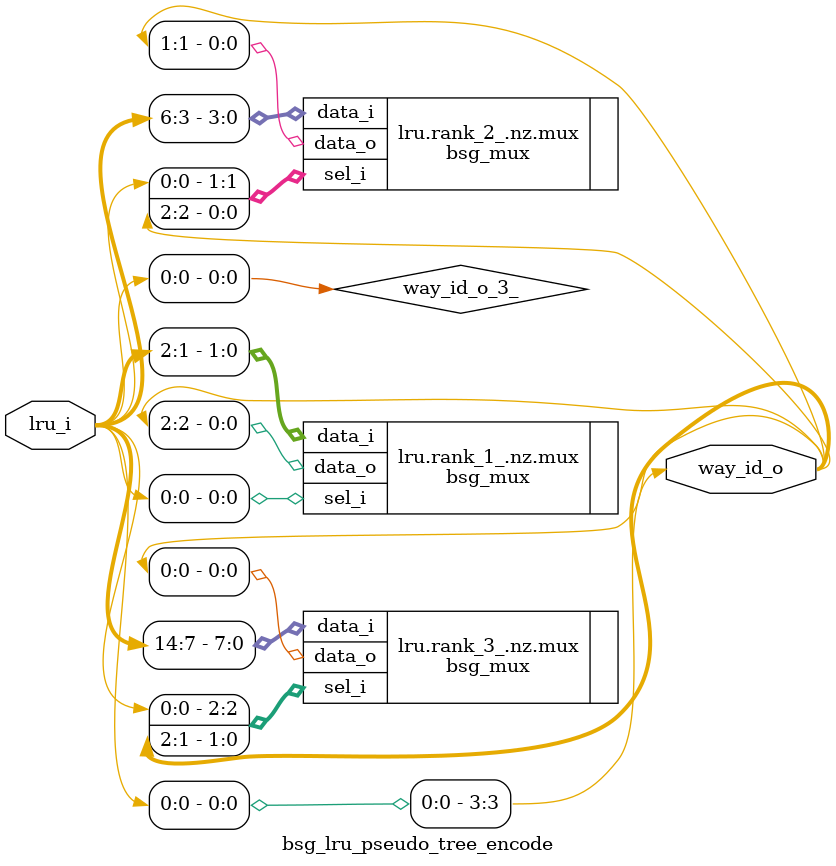
<source format=v>


module top
(
  lru_i,
  way_id_o
);

  input [14:0] lru_i;
  output [3:0] way_id_o;

  bsg_lru_pseudo_tree_encode
  wrapper
  (
    .lru_i(lru_i),
    .way_id_o(way_id_o)
  );


endmodule



module bsg_lru_pseudo_tree_encode
(
  lru_i,
  way_id_o
);

  input [14:0] lru_i;
  output [3:0] way_id_o;
  wire [3:0] way_id_o;
  wire way_id_o_3_;
  assign way_id_o_3_ = lru_i[0];
  assign way_id_o[3] = way_id_o_3_;

  bsg_mux
  \lru.rank_1_.nz.mux 
  (
    .data_i(lru_i[2:1]),
    .sel_i(way_id_o_3_),
    .data_o(way_id_o[2])
  );


  bsg_mux
  \lru.rank_2_.nz.mux 
  (
    .data_i(lru_i[6:3]),
    .sel_i({ way_id_o_3_, way_id_o[2:2] }),
    .data_o(way_id_o[1])
  );


  bsg_mux
  \lru.rank_3_.nz.mux 
  (
    .data_i(lru_i[14:7]),
    .sel_i({ way_id_o_3_, way_id_o[2:1] }),
    .data_o(way_id_o[0])
  );


endmodule


</source>
